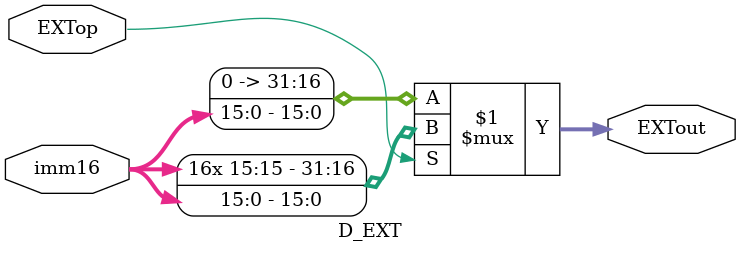
<source format=v>
module D_EXT (
    input [15:0] imm16,    // 16位立即数
    input EXTop,           // 符号扩展类型
    output [31:0] EXTout   // 扩展结果
);

    assign EXTout = EXTop ? {{16{imm16[15]}}, imm16} : {{16{1'b0}}, imm16};
    
endmodule
</source>
